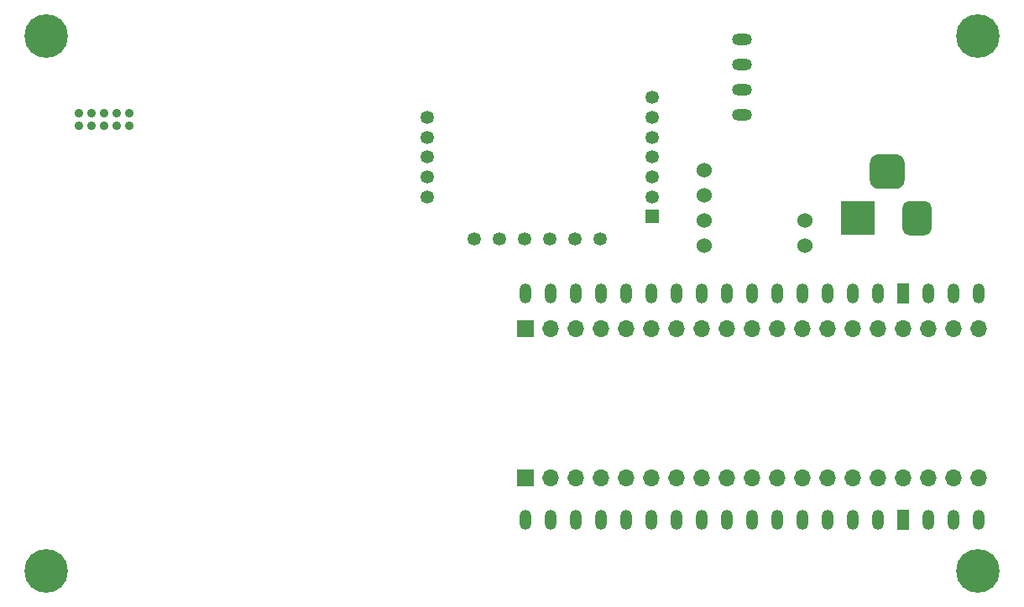
<source format=gts>
G04 #@! TF.GenerationSoftware,KiCad,Pcbnew,5.1.10*
G04 #@! TF.CreationDate,2021-11-28T23:53:09+08:00*
G04 #@! TF.ProjectId,air_mon2,6169725f-6d6f-46e3-922e-6b696361645f,rev?*
G04 #@! TF.SameCoordinates,Original*
G04 #@! TF.FileFunction,Soldermask,Top*
G04 #@! TF.FilePolarity,Negative*
%FSLAX46Y46*%
G04 Gerber Fmt 4.6, Leading zero omitted, Abs format (unit mm)*
G04 Created by KiCad (PCBNEW 5.1.10) date 2021-11-28 23:53:09*
%MOMM*%
%LPD*%
G01*
G04 APERTURE LIST*
%ADD10O,1.200000X2.000000*%
%ADD11R,1.200000X2.000000*%
%ADD12O,2.000000X1.200000*%
%ADD13C,1.524000*%
%ADD14R,3.500000X3.500000*%
%ADD15C,1.350000*%
%ADD16R,1.350000X1.350000*%
%ADD17R,1.700000X1.700000*%
%ADD18O,1.700000X1.700000*%
%ADD19C,4.400000*%
%ADD20C,0.870000*%
G04 APERTURE END LIST*
D10*
X130673000Y-87107000D03*
X130673000Y-109967000D03*
X133213000Y-87107000D03*
X133213000Y-109967000D03*
X135753000Y-87107000D03*
X135753000Y-109967000D03*
X138293000Y-87107000D03*
X138293000Y-109967000D03*
X140833000Y-87107000D03*
X140833000Y-109967000D03*
X143373000Y-87107000D03*
X143373000Y-109967000D03*
X145913000Y-87107000D03*
X145913000Y-109967000D03*
X148453000Y-87107000D03*
X148453000Y-109967000D03*
X150993000Y-87107000D03*
X150993000Y-109967000D03*
X153533000Y-87107000D03*
X153533000Y-109967000D03*
X156073000Y-87107000D03*
X156073000Y-109967000D03*
X158613000Y-87107000D03*
X158613000Y-109967000D03*
X161153000Y-87107000D03*
X161153000Y-109967000D03*
X163693000Y-87107000D03*
X163693000Y-109967000D03*
X166233000Y-87107000D03*
X166233000Y-109967000D03*
D11*
X168773000Y-87107000D03*
X168773000Y-109967000D03*
D10*
X171313000Y-87107000D03*
X171313000Y-109967000D03*
X173853000Y-87107000D03*
X173853000Y-109967000D03*
X176393000Y-87107000D03*
X176393000Y-109967000D03*
D12*
X152517000Y-69073000D03*
X152517000Y-66533000D03*
X152517000Y-63993000D03*
X152517000Y-61453000D03*
D13*
X158867000Y-79741000D03*
X158867000Y-82281000D03*
X148707000Y-82281000D03*
X148707000Y-79741000D03*
X148707000Y-77201000D03*
X148707000Y-74661000D03*
G36*
G01*
X168951000Y-73912000D02*
X168951000Y-75662000D01*
G75*
G02*
X168076000Y-76537000I-875000J0D01*
G01*
X166326000Y-76537000D01*
G75*
G02*
X165451000Y-75662000I0J875000D01*
G01*
X165451000Y-73912000D01*
G75*
G02*
X166326000Y-73037000I875000J0D01*
G01*
X168076000Y-73037000D01*
G75*
G02*
X168951000Y-73912000I0J-875000D01*
G01*
G37*
G36*
G01*
X171701000Y-78487000D02*
X171701000Y-80487000D01*
G75*
G02*
X170951000Y-81237000I-750000J0D01*
G01*
X169451000Y-81237000D01*
G75*
G02*
X168701000Y-80487000I0J750000D01*
G01*
X168701000Y-78487000D01*
G75*
G02*
X169451000Y-77737000I750000J0D01*
G01*
X170951000Y-77737000D01*
G75*
G02*
X171701000Y-78487000I0J-750000D01*
G01*
G37*
D14*
X164201000Y-79487000D03*
D15*
X120768000Y-69320001D03*
X120768000Y-71320001D03*
X120768000Y-73320001D03*
X120768000Y-75320001D03*
X120768000Y-77320001D03*
X143468000Y-67320001D03*
X143468000Y-69320001D03*
X143468000Y-71320001D03*
X143468000Y-73320001D03*
X143468000Y-75320001D03*
X143468000Y-77320001D03*
D16*
X143468000Y-79320001D03*
D15*
X125568000Y-81550001D03*
X130648000Y-81550001D03*
X128108000Y-81550001D03*
X133188000Y-81550001D03*
X135728000Y-81550001D03*
X138268000Y-81550001D03*
D17*
X130673000Y-90663000D03*
D18*
X133213000Y-90663000D03*
X135753000Y-90663000D03*
X138293000Y-90663000D03*
X140833000Y-90663000D03*
X143373000Y-90663000D03*
X145913000Y-90663000D03*
X148453000Y-90663000D03*
X150993000Y-90663000D03*
X153533000Y-90663000D03*
X156073000Y-90663000D03*
X158613000Y-90663000D03*
X161153000Y-90663000D03*
X163693000Y-90663000D03*
X166233000Y-90663000D03*
X168773000Y-90663000D03*
X171313000Y-90663000D03*
X173853000Y-90663000D03*
X176393000Y-90663000D03*
D19*
X82365000Y-61095000D03*
X176365000Y-61095000D03*
X82365000Y-115095000D03*
X176365000Y-115095000D03*
D17*
X130673000Y-105680001D03*
D18*
X133213000Y-105680001D03*
X135753000Y-105680001D03*
X138293000Y-105680001D03*
X140833000Y-105680001D03*
X143373000Y-105680001D03*
X145913000Y-105680001D03*
X148453000Y-105680001D03*
X150993000Y-105680001D03*
X153533000Y-105680001D03*
X156073000Y-105680001D03*
X158613000Y-105680001D03*
X161153000Y-105680001D03*
X163693000Y-105680001D03*
X166233000Y-105680001D03*
X168773000Y-105680001D03*
X171313000Y-105680001D03*
X173853000Y-105680001D03*
X176393000Y-105680001D03*
D20*
X85690000Y-68850001D03*
X85690000Y-70120001D03*
X86960000Y-68850001D03*
X86960000Y-70120001D03*
X88230000Y-68850001D03*
X88230000Y-70120001D03*
X89500000Y-68850001D03*
X89500000Y-70120001D03*
X90770000Y-68850001D03*
X90770000Y-70120001D03*
M02*

</source>
